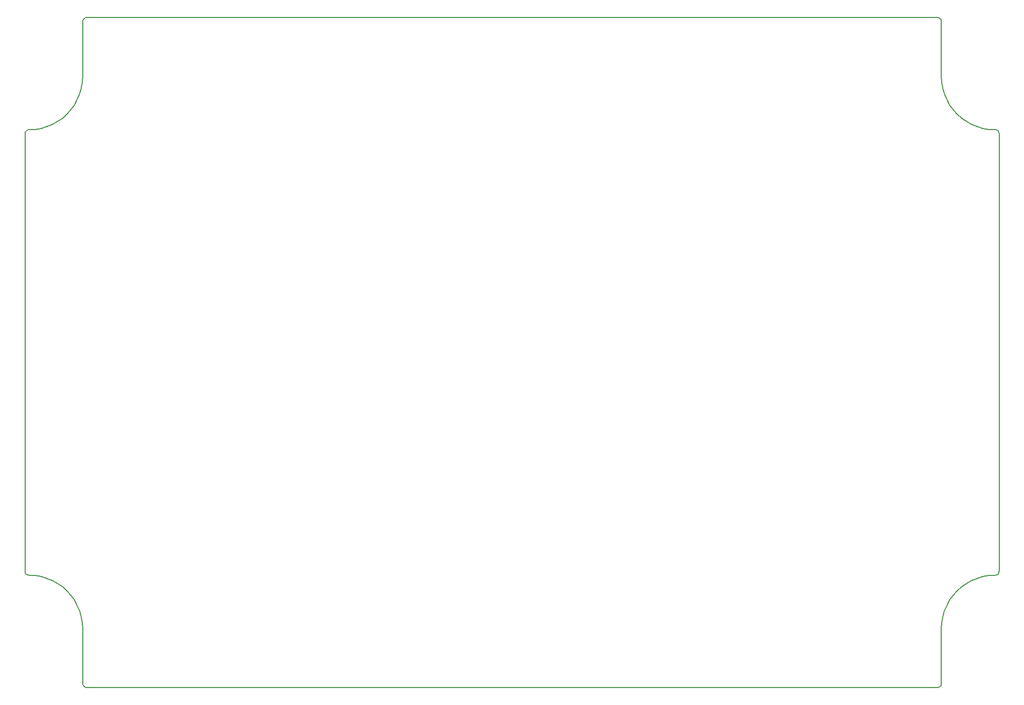
<source format=gko>
G04*
G04 #@! TF.GenerationSoftware,Altium Limited,Altium Designer,21.8.1 (53)*
G04*
G04 Layer_Color=16711935*
%FSLAX25Y25*%
%MOIN*%
G70*
G04*
G04 #@! TF.SameCoordinates,3454F2FE-2F19-4CCB-A9DF-A7C270953791*
G04*
G04*
G04 #@! TF.FilePolarity,Positive*
G04*
G01*
G75*
%ADD10C,0.00787*%
D10*
X-16341Y-38032D02*
X-15748Y-38099D01*
X-16905Y-37835D02*
X-16341Y-38032D01*
X-17410Y-37517D02*
X-16905Y-37835D01*
X-17832Y-37095D02*
X-17410Y-37517D01*
X-18150Y-36590D02*
X-17832Y-37095D01*
X-18347Y-36026D02*
X-18150Y-36590D01*
X-18414Y-35433D02*
X-18347Y-36026D01*
X-18414Y-35433D02*
Y0D01*
X-18632Y3889D02*
X-18414Y0D01*
X-19285Y7729D02*
X-18632Y3889D01*
X-20363Y11472D02*
X-19285Y7729D01*
X-21854Y15071D02*
X-20363Y11472D01*
X-23738Y18480D02*
X-21854Y15071D01*
X-25992Y21657D02*
X-23738Y18480D01*
X-28588Y24562D02*
X-25992Y21657D01*
X-31492Y27157D02*
X-28588Y24562D01*
X-34669Y29412D02*
X-31492Y27157D01*
X-38078Y31296D02*
X-34669Y29412D01*
X-41677Y32786D02*
X-38078Y31296D01*
X-45420Y33865D02*
X-41677Y32786D01*
X-49260Y34517D02*
X-45420Y33865D01*
X-53150Y34736D02*
X-49260Y34517D01*
X-53743Y34803D02*
X-53150Y34736D01*
X-54306Y35000D02*
X-53743Y34803D01*
X-54812Y35317D02*
X-54306Y35000D01*
X-55234Y35739D02*
X-54812Y35317D01*
X-55551Y36245D02*
X-55234Y35739D01*
X-55749Y36808D02*
X-55551Y36245D01*
X-55815Y37401D02*
X-55749Y36808D01*
X-55815Y37401D02*
Y320866D01*
X-55749Y321459D01*
X-55551Y322023D01*
X-55234Y322528D01*
X-54812Y322950D01*
X-54306Y323268D01*
X-53743Y323465D01*
X-53150Y323532D01*
X-49260Y323750D01*
X-45420Y324403D01*
X-41677Y325481D01*
X-38078Y326972D01*
X-34669Y328856D01*
X-31492Y331110D01*
X-28588Y333706D01*
X-25992Y336610D01*
X-23738Y339787D01*
X-21854Y343196D01*
X-20363Y346795D01*
X-19285Y350538D01*
X-18632Y354378D01*
X-18414Y358268D01*
Y393701D01*
X-18347Y394294D01*
X-18150Y394857D01*
X-17832Y395363D01*
X-17410Y395785D01*
X-16905Y396102D01*
X-16341Y396300D01*
X-15748Y396366D01*
X535433Y396367D01*
X536026Y396300D01*
X536590Y396103D01*
X537095Y395785D01*
X537517Y395363D01*
X537835Y394857D01*
X538032Y394294D01*
X538099Y393701D01*
Y358268D02*
Y393701D01*
Y358268D02*
X538317Y354378D01*
X538970Y350538D01*
X540048Y346795D01*
X541539Y343196D01*
X543423Y339787D01*
X545677Y336610D01*
X548273Y333706D01*
X551177Y331110D01*
X554354Y328856D01*
X557763Y326972D01*
X561362Y325481D01*
X565105Y324403D01*
X568945Y323750D01*
X572835Y323532D01*
X573428Y323465D01*
X573991Y323268D01*
X574497Y322950D01*
X574919Y322528D01*
X575236Y322023D01*
X575434Y321459D01*
X575500Y320866D01*
Y37401D02*
Y320866D01*
X575434Y36808D02*
X575500Y37401D01*
X575236Y36245D02*
X575434Y36808D01*
X574919Y35739D02*
X575236Y36245D01*
X574497Y35317D02*
X574919Y35739D01*
X573991Y35000D02*
X574497Y35317D01*
X573428Y34803D02*
X573991Y35000D01*
X572835Y34736D02*
X573428Y34803D01*
X568945Y34517D02*
X572835Y34736D01*
X565105Y33865D02*
X568945Y34517D01*
X561362Y32786D02*
X565105Y33865D01*
X557763Y31296D02*
X561362Y32786D01*
X554354Y29412D02*
X557763Y31296D01*
X551177Y27157D02*
X554354Y29412D01*
X548273Y24562D02*
X551177Y27157D01*
X545677Y21657D02*
X548273Y24562D01*
X543423Y18480D02*
X545677Y21657D01*
X541539Y15071D02*
X543423Y18480D01*
X540048Y11472D02*
X541539Y15071D01*
X538970Y7729D02*
X540048Y11472D01*
X538317Y3889D02*
X538970Y7729D01*
X538099Y0D02*
X538317Y3889D01*
X538099Y-35433D02*
Y0D01*
X538032Y-36026D02*
X538099Y-35433D01*
X537835Y-36590D02*
X538032Y-36026D01*
X537517Y-37095D02*
X537835Y-36590D01*
X537095Y-37517D02*
X537517Y-37095D01*
X536590Y-37835D02*
X537095Y-37517D01*
X536026Y-38032D02*
X536590Y-37835D01*
X535433Y-38099D02*
X536026Y-38032D01*
X-15748Y-38099D02*
X535433D01*
M02*

</source>
